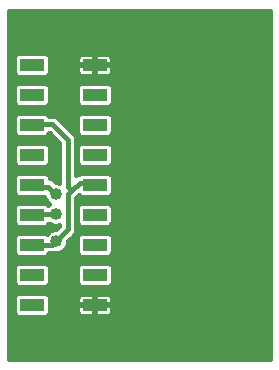
<source format=gbl>
G75*
%MOIN*%
%OFA0B0*%
%FSLAX25Y25*%
%IPPOS*%
%LPD*%
%AMOC8*
5,1,8,0,0,1.08239X$1,22.5*
%
%ADD10R,0.08000X0.03900*%
%ADD11C,0.01600*%
%ADD12C,0.04000*%
D10*
X0137833Y0021800D03*
X0137833Y0031800D03*
X0137833Y0041800D03*
X0137833Y0051800D03*
X0137833Y0061800D03*
X0137833Y0071800D03*
X0137833Y0081800D03*
X0137833Y0091800D03*
X0137833Y0101800D03*
X0158833Y0101800D03*
X0158833Y0091800D03*
X0158833Y0081800D03*
X0158833Y0071800D03*
X0158833Y0061800D03*
X0158833Y0051800D03*
X0158833Y0041800D03*
X0158833Y0031800D03*
X0158833Y0021800D03*
D11*
X0130333Y0003800D02*
X0130333Y0119800D01*
X0217333Y0119800D01*
X0217333Y0003800D01*
X0130333Y0003800D01*
X0130333Y0003807D02*
X0217333Y0003807D01*
X0217333Y0005406D02*
X0130333Y0005406D01*
X0130333Y0007004D02*
X0217333Y0007004D01*
X0217333Y0008603D02*
X0130333Y0008603D01*
X0130333Y0010201D02*
X0217333Y0010201D01*
X0217333Y0011800D02*
X0130333Y0011800D01*
X0130333Y0013399D02*
X0217333Y0013399D01*
X0217333Y0014997D02*
X0130333Y0014997D01*
X0130333Y0016596D02*
X0217333Y0016596D01*
X0217333Y0018194D02*
X0163565Y0018194D01*
X0163528Y0018173D02*
X0163939Y0018410D01*
X0164274Y0018745D01*
X0164511Y0019155D01*
X0164633Y0019613D01*
X0164633Y0021625D01*
X0159008Y0021625D01*
X0159008Y0018050D01*
X0163070Y0018050D01*
X0163528Y0018173D01*
X0164633Y0019793D02*
X0217333Y0019793D01*
X0217333Y0021391D02*
X0164633Y0021391D01*
X0164633Y0021975D02*
X0164633Y0023987D01*
X0164511Y0024445D01*
X0164274Y0024855D01*
X0163939Y0025190D01*
X0163528Y0025427D01*
X0163070Y0025550D01*
X0159008Y0025550D01*
X0159008Y0021975D01*
X0158658Y0021975D01*
X0158658Y0021625D01*
X0153033Y0021625D01*
X0153033Y0019613D01*
X0153156Y0019155D01*
X0153393Y0018745D01*
X0153728Y0018410D01*
X0154139Y0018173D01*
X0154596Y0018050D01*
X0158658Y0018050D01*
X0158658Y0021625D01*
X0159008Y0021625D01*
X0159008Y0021975D01*
X0164633Y0021975D01*
X0164633Y0022990D02*
X0217333Y0022990D01*
X0217333Y0024588D02*
X0164428Y0024588D01*
X0163662Y0027850D02*
X0164833Y0029022D01*
X0164833Y0034578D01*
X0163662Y0035750D01*
X0154005Y0035750D01*
X0152833Y0034578D01*
X0152833Y0029022D01*
X0154005Y0027850D01*
X0163662Y0027850D01*
X0164833Y0029384D02*
X0217333Y0029384D01*
X0217333Y0030982D02*
X0164833Y0030982D01*
X0164833Y0032581D02*
X0217333Y0032581D01*
X0217333Y0034179D02*
X0164833Y0034179D01*
X0163662Y0037850D02*
X0164833Y0039022D01*
X0164833Y0044578D01*
X0163662Y0045750D01*
X0154005Y0045750D01*
X0152833Y0044578D01*
X0152833Y0039022D01*
X0154005Y0037850D01*
X0163662Y0037850D01*
X0164786Y0038975D02*
X0217333Y0038975D01*
X0217333Y0040573D02*
X0164833Y0040573D01*
X0164833Y0042172D02*
X0217333Y0042172D01*
X0217333Y0043770D02*
X0164833Y0043770D01*
X0164043Y0045369D02*
X0217333Y0045369D01*
X0217333Y0046967D02*
X0152733Y0046967D01*
X0152733Y0046343D02*
X0152733Y0057440D01*
X0153574Y0058281D01*
X0154005Y0057850D01*
X0163662Y0057850D01*
X0164833Y0059022D01*
X0164833Y0064578D01*
X0163662Y0065750D01*
X0154005Y0065750D01*
X0153555Y0065300D01*
X0153276Y0065300D01*
X0152733Y0065075D01*
X0152733Y0077357D01*
X0152307Y0078386D01*
X0151519Y0079174D01*
X0146319Y0084374D01*
X0145290Y0084800D01*
X0143612Y0084800D01*
X0142662Y0085750D01*
X0133005Y0085750D01*
X0131833Y0084578D01*
X0131833Y0079022D01*
X0133005Y0077850D01*
X0142662Y0077850D01*
X0143793Y0078981D01*
X0147133Y0075640D01*
X0147133Y0062474D01*
X0146829Y0062600D01*
X0145993Y0062600D01*
X0145019Y0063574D01*
X0143990Y0064000D01*
X0143833Y0064000D01*
X0143833Y0064578D01*
X0142662Y0065750D01*
X0133005Y0065750D01*
X0131833Y0064578D01*
X0131833Y0059022D01*
X0133005Y0057850D01*
X0142033Y0057850D01*
X0142033Y0057804D01*
X0142642Y0056334D01*
X0143626Y0055350D01*
X0143344Y0055068D01*
X0142662Y0055750D01*
X0133005Y0055750D01*
X0131833Y0054578D01*
X0131833Y0049022D01*
X0133005Y0047850D01*
X0142662Y0047850D01*
X0143644Y0048832D01*
X0143768Y0048709D01*
X0145238Y0048100D01*
X0146829Y0048100D01*
X0147133Y0048226D01*
X0147133Y0048060D01*
X0146074Y0047000D01*
X0145238Y0047000D01*
X0143768Y0046391D01*
X0142894Y0045518D01*
X0142662Y0045750D01*
X0133005Y0045750D01*
X0131833Y0044578D01*
X0131833Y0039022D01*
X0133005Y0037850D01*
X0142662Y0037850D01*
X0143712Y0038900D01*
X0145290Y0038900D01*
X0145532Y0039000D01*
X0146829Y0039000D01*
X0148299Y0039609D01*
X0149424Y0040734D01*
X0150033Y0042204D01*
X0150033Y0043040D01*
X0151519Y0044526D01*
X0152307Y0045314D01*
X0152733Y0046343D01*
X0152330Y0045369D02*
X0153624Y0045369D01*
X0152833Y0043770D02*
X0150763Y0043770D01*
X0150020Y0042172D02*
X0152833Y0042172D01*
X0152833Y0040573D02*
X0149263Y0040573D01*
X0152880Y0038975D02*
X0145471Y0038975D01*
X0142662Y0035750D02*
X0133005Y0035750D01*
X0131833Y0034578D01*
X0131833Y0029022D01*
X0133005Y0027850D01*
X0142662Y0027850D01*
X0143833Y0029022D01*
X0143833Y0034578D01*
X0142662Y0035750D01*
X0143833Y0034179D02*
X0152833Y0034179D01*
X0152833Y0032581D02*
X0143833Y0032581D01*
X0143833Y0030982D02*
X0152833Y0030982D01*
X0152833Y0029384D02*
X0143833Y0029384D01*
X0142662Y0025750D02*
X0133005Y0025750D01*
X0131833Y0024578D01*
X0131833Y0019022D01*
X0133005Y0017850D01*
X0142662Y0017850D01*
X0143833Y0019022D01*
X0143833Y0024578D01*
X0142662Y0025750D01*
X0143824Y0024588D02*
X0153239Y0024588D01*
X0153156Y0024445D02*
X0153033Y0023987D01*
X0153033Y0021975D01*
X0158658Y0021975D01*
X0158658Y0025550D01*
X0154596Y0025550D01*
X0154139Y0025427D01*
X0153728Y0025190D01*
X0153393Y0024855D01*
X0153156Y0024445D01*
X0153033Y0022990D02*
X0143833Y0022990D01*
X0143833Y0021391D02*
X0153033Y0021391D01*
X0153033Y0019793D02*
X0143833Y0019793D01*
X0143006Y0018194D02*
X0154102Y0018194D01*
X0158658Y0018194D02*
X0159008Y0018194D01*
X0159008Y0019793D02*
X0158658Y0019793D01*
X0158658Y0021391D02*
X0159008Y0021391D01*
X0159008Y0022990D02*
X0158658Y0022990D01*
X0158658Y0024588D02*
X0159008Y0024588D01*
X0132661Y0018194D02*
X0130333Y0018194D01*
X0130333Y0019793D02*
X0131833Y0019793D01*
X0131833Y0021391D02*
X0130333Y0021391D01*
X0130333Y0022990D02*
X0131833Y0022990D01*
X0131843Y0024588D02*
X0130333Y0024588D01*
X0130333Y0026187D02*
X0217333Y0026187D01*
X0217333Y0027785D02*
X0130333Y0027785D01*
X0130333Y0029384D02*
X0131833Y0029384D01*
X0131833Y0030982D02*
X0130333Y0030982D01*
X0130333Y0032581D02*
X0131833Y0032581D01*
X0131833Y0034179D02*
X0130333Y0034179D01*
X0130333Y0035778D02*
X0217333Y0035778D01*
X0217333Y0037376D02*
X0130333Y0037376D01*
X0130333Y0038975D02*
X0131880Y0038975D01*
X0131833Y0040573D02*
X0130333Y0040573D01*
X0130333Y0042172D02*
X0131833Y0042172D01*
X0131833Y0043770D02*
X0130333Y0043770D01*
X0130333Y0045369D02*
X0132624Y0045369D01*
X0130333Y0046967D02*
X0145159Y0046967D01*
X0144113Y0048566D02*
X0143377Y0048566D01*
X0146033Y0052100D02*
X0138233Y0052100D01*
X0137833Y0051800D01*
X0131833Y0051763D02*
X0130333Y0051763D01*
X0130333Y0053361D02*
X0131833Y0053361D01*
X0132215Y0054960D02*
X0130333Y0054960D01*
X0130333Y0056558D02*
X0142549Y0056558D01*
X0146033Y0058600D02*
X0143433Y0061200D01*
X0138233Y0061200D01*
X0137833Y0061800D01*
X0131833Y0061354D02*
X0130333Y0061354D01*
X0130333Y0062952D02*
X0131833Y0062952D01*
X0131833Y0064551D02*
X0130333Y0064551D01*
X0130333Y0066149D02*
X0147133Y0066149D01*
X0147133Y0064551D02*
X0143833Y0064551D01*
X0145641Y0062952D02*
X0147133Y0062952D01*
X0149933Y0061200D02*
X0151233Y0059900D01*
X0149933Y0058600D01*
X0149933Y0046900D01*
X0146033Y0043000D01*
X0144733Y0041700D01*
X0138233Y0041700D01*
X0137833Y0041800D01*
X0132289Y0048566D02*
X0130333Y0048566D01*
X0130333Y0050164D02*
X0131833Y0050164D01*
X0132698Y0058157D02*
X0130333Y0058157D01*
X0130333Y0059755D02*
X0131833Y0059755D01*
X0130333Y0067748D02*
X0147133Y0067748D01*
X0147133Y0069346D02*
X0143833Y0069346D01*
X0143833Y0069022D02*
X0142662Y0067850D01*
X0133005Y0067850D01*
X0131833Y0069022D01*
X0131833Y0074578D01*
X0133005Y0075750D01*
X0142662Y0075750D01*
X0143833Y0074578D01*
X0143833Y0069022D01*
X0143833Y0070945D02*
X0147133Y0070945D01*
X0147133Y0072543D02*
X0143833Y0072543D01*
X0143833Y0074142D02*
X0147133Y0074142D01*
X0147033Y0075740D02*
X0142671Y0075740D01*
X0145435Y0077339D02*
X0130333Y0077339D01*
X0130333Y0078937D02*
X0131917Y0078937D01*
X0131833Y0080536D02*
X0130333Y0080536D01*
X0130333Y0082134D02*
X0131833Y0082134D01*
X0131833Y0083733D02*
X0130333Y0083733D01*
X0130333Y0085332D02*
X0132586Y0085332D01*
X0133005Y0087850D02*
X0142662Y0087850D01*
X0143833Y0089022D01*
X0143833Y0094578D01*
X0142662Y0095750D01*
X0133005Y0095750D01*
X0131833Y0094578D01*
X0131833Y0089022D01*
X0133005Y0087850D01*
X0132326Y0088529D02*
X0130333Y0088529D01*
X0130333Y0090127D02*
X0131833Y0090127D01*
X0131833Y0091726D02*
X0130333Y0091726D01*
X0130333Y0093324D02*
X0131833Y0093324D01*
X0132177Y0094923D02*
X0130333Y0094923D01*
X0130333Y0096521D02*
X0217333Y0096521D01*
X0217333Y0094923D02*
X0164489Y0094923D01*
X0164833Y0094578D02*
X0163662Y0095750D01*
X0154005Y0095750D01*
X0152833Y0094578D01*
X0152833Y0089022D01*
X0154005Y0087850D01*
X0163662Y0087850D01*
X0164833Y0089022D01*
X0164833Y0094578D01*
X0164833Y0093324D02*
X0217333Y0093324D01*
X0217333Y0091726D02*
X0164833Y0091726D01*
X0164833Y0090127D02*
X0217333Y0090127D01*
X0217333Y0088529D02*
X0164340Y0088529D01*
X0163662Y0085750D02*
X0154005Y0085750D01*
X0152833Y0084578D01*
X0152833Y0079022D01*
X0154005Y0077850D01*
X0163662Y0077850D01*
X0164833Y0079022D01*
X0164833Y0084578D01*
X0163662Y0085750D01*
X0164080Y0085332D02*
X0217333Y0085332D01*
X0217333Y0086930D02*
X0130333Y0086930D01*
X0137833Y0081800D02*
X0138233Y0082000D01*
X0144733Y0082000D01*
X0149933Y0076800D01*
X0149933Y0061200D01*
X0151233Y0059900D02*
X0153833Y0062500D01*
X0157733Y0062500D01*
X0158833Y0061800D01*
X0164833Y0061354D02*
X0217333Y0061354D01*
X0217333Y0062952D02*
X0164833Y0062952D01*
X0164833Y0064551D02*
X0217333Y0064551D01*
X0217333Y0066149D02*
X0152733Y0066149D01*
X0152733Y0067748D02*
X0217333Y0067748D01*
X0217333Y0069346D02*
X0164833Y0069346D01*
X0164833Y0069022D02*
X0163662Y0067850D01*
X0154005Y0067850D01*
X0152833Y0069022D01*
X0152833Y0074578D01*
X0154005Y0075750D01*
X0163662Y0075750D01*
X0164833Y0074578D01*
X0164833Y0069022D01*
X0164833Y0070945D02*
X0217333Y0070945D01*
X0217333Y0072543D02*
X0164833Y0072543D01*
X0164833Y0074142D02*
X0217333Y0074142D01*
X0217333Y0075740D02*
X0163671Y0075740D01*
X0164749Y0078937D02*
X0217333Y0078937D01*
X0217333Y0077339D02*
X0152733Y0077339D01*
X0152733Y0075740D02*
X0153995Y0075740D01*
X0152833Y0074142D02*
X0152733Y0074142D01*
X0152733Y0072543D02*
X0152833Y0072543D01*
X0152833Y0070945D02*
X0152733Y0070945D01*
X0152733Y0069346D02*
X0152833Y0069346D01*
X0152917Y0078937D02*
X0151756Y0078937D01*
X0152833Y0080536D02*
X0150157Y0080536D01*
X0148559Y0082134D02*
X0152833Y0082134D01*
X0152833Y0083733D02*
X0146960Y0083733D01*
X0143080Y0085332D02*
X0153586Y0085332D01*
X0153326Y0088529D02*
X0143340Y0088529D01*
X0143833Y0090127D02*
X0152833Y0090127D01*
X0152833Y0091726D02*
X0143833Y0091726D01*
X0143833Y0093324D02*
X0152833Y0093324D01*
X0153177Y0094923D02*
X0143489Y0094923D01*
X0142662Y0097850D02*
X0143833Y0099022D01*
X0143833Y0104578D01*
X0142662Y0105750D01*
X0133005Y0105750D01*
X0131833Y0104578D01*
X0131833Y0099022D01*
X0133005Y0097850D01*
X0142662Y0097850D01*
X0142931Y0098120D02*
X0154337Y0098120D01*
X0154139Y0098173D02*
X0154596Y0098050D01*
X0158658Y0098050D01*
X0158658Y0101625D01*
X0153033Y0101625D01*
X0153033Y0099613D01*
X0153156Y0099155D01*
X0153393Y0098745D01*
X0153728Y0098410D01*
X0154139Y0098173D01*
X0153033Y0099718D02*
X0143833Y0099718D01*
X0143833Y0101317D02*
X0153033Y0101317D01*
X0153033Y0101975D02*
X0158658Y0101975D01*
X0158658Y0101625D01*
X0159008Y0101625D01*
X0159008Y0098050D01*
X0163070Y0098050D01*
X0163528Y0098173D01*
X0163939Y0098410D01*
X0164274Y0098745D01*
X0164511Y0099155D01*
X0164633Y0099613D01*
X0164633Y0101625D01*
X0159008Y0101625D01*
X0159008Y0101975D01*
X0158658Y0101975D01*
X0158658Y0105550D01*
X0154596Y0105550D01*
X0154139Y0105427D01*
X0153728Y0105190D01*
X0153393Y0104855D01*
X0153156Y0104445D01*
X0153033Y0103987D01*
X0153033Y0101975D01*
X0153033Y0102915D02*
X0143833Y0102915D01*
X0143833Y0104514D02*
X0153196Y0104514D01*
X0158658Y0104514D02*
X0159008Y0104514D01*
X0159008Y0105550D02*
X0159008Y0101975D01*
X0164633Y0101975D01*
X0164633Y0103987D01*
X0164511Y0104445D01*
X0164274Y0104855D01*
X0163939Y0105190D01*
X0163528Y0105427D01*
X0163070Y0105550D01*
X0159008Y0105550D01*
X0159008Y0102915D02*
X0158658Y0102915D01*
X0158658Y0101317D02*
X0159008Y0101317D01*
X0159008Y0099718D02*
X0158658Y0099718D01*
X0158658Y0098120D02*
X0159008Y0098120D01*
X0163330Y0098120D02*
X0217333Y0098120D01*
X0217333Y0099718D02*
X0164633Y0099718D01*
X0164633Y0101317D02*
X0217333Y0101317D01*
X0217333Y0102915D02*
X0164633Y0102915D01*
X0164471Y0104514D02*
X0217333Y0104514D01*
X0217333Y0106112D02*
X0130333Y0106112D01*
X0130333Y0104514D02*
X0131833Y0104514D01*
X0131833Y0102915D02*
X0130333Y0102915D01*
X0130333Y0101317D02*
X0131833Y0101317D01*
X0131833Y0099718D02*
X0130333Y0099718D01*
X0130333Y0098120D02*
X0132735Y0098120D01*
X0130333Y0107711D02*
X0217333Y0107711D01*
X0217333Y0109309D02*
X0130333Y0109309D01*
X0130333Y0110908D02*
X0217333Y0110908D01*
X0217333Y0112506D02*
X0130333Y0112506D01*
X0130333Y0114105D02*
X0217333Y0114105D01*
X0217333Y0115703D02*
X0130333Y0115703D01*
X0130333Y0117302D02*
X0217333Y0117302D01*
X0217333Y0118900D02*
X0130333Y0118900D01*
X0164833Y0083733D02*
X0217333Y0083733D01*
X0217333Y0082134D02*
X0164833Y0082134D01*
X0164833Y0080536D02*
X0217333Y0080536D01*
X0217333Y0059755D02*
X0164833Y0059755D01*
X0163969Y0058157D02*
X0217333Y0058157D01*
X0217333Y0056558D02*
X0152733Y0056558D01*
X0154005Y0055750D02*
X0152833Y0054578D01*
X0152833Y0049022D01*
X0154005Y0047850D01*
X0163662Y0047850D01*
X0164833Y0049022D01*
X0164833Y0054578D01*
X0163662Y0055750D01*
X0154005Y0055750D01*
X0153215Y0054960D02*
X0152733Y0054960D01*
X0152733Y0053361D02*
X0152833Y0053361D01*
X0152833Y0051763D02*
X0152733Y0051763D01*
X0152733Y0050164D02*
X0152833Y0050164D01*
X0152733Y0048566D02*
X0153289Y0048566D01*
X0164378Y0048566D02*
X0217333Y0048566D01*
X0217333Y0050164D02*
X0164833Y0050164D01*
X0164833Y0051763D02*
X0217333Y0051763D01*
X0217333Y0053361D02*
X0164833Y0053361D01*
X0164452Y0054960D02*
X0217333Y0054960D01*
X0153698Y0058157D02*
X0153450Y0058157D01*
X0131833Y0069346D02*
X0130333Y0069346D01*
X0130333Y0070945D02*
X0131833Y0070945D01*
X0131833Y0072543D02*
X0130333Y0072543D01*
X0130333Y0074142D02*
X0131833Y0074142D01*
X0132995Y0075740D02*
X0130333Y0075740D01*
X0143749Y0078937D02*
X0143836Y0078937D01*
D12*
X0146033Y0058600D03*
X0146033Y0052100D03*
X0146033Y0043000D03*
X0211033Y0095000D03*
M02*

</source>
